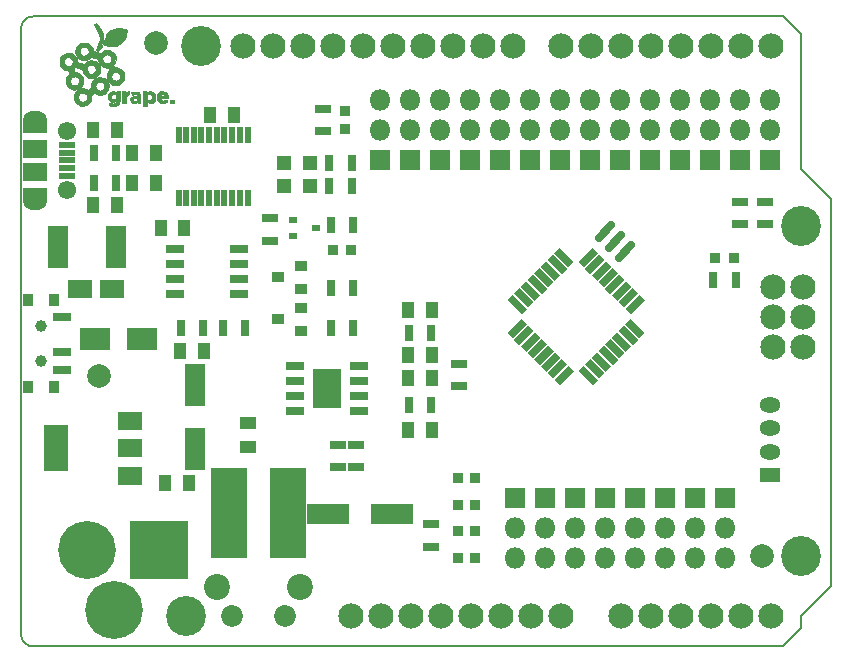
<source format=gbr>
%TF.GenerationSoftware,KiCad,Pcbnew,4.0.7*%
%TF.CreationDate,2018-06-08T10:12:50+02:00*%
%TF.ProjectId,Grape,47726170652E6B696361645F70636200,rev?*%
%TF.FileFunction,Soldermask,Top*%
%FSLAX46Y46*%
G04 Gerber Fmt 4.6, Leading zero omitted, Abs format (unit mm)*
G04 Created by KiCad (PCBNEW 4.0.7) date 06/08/18 10:12:50*
%MOMM*%
%LPD*%
G01*
G04 APERTURE LIST*
%ADD10C,0.150000*%
%ADD11C,0.127000*%
%ADD12C,0.010000*%
%ADD13C,2.000000*%
%ADD14C,2.133600*%
%ADD15C,3.378200*%
%ADD16R,1.100000X1.350000*%
%ADD17R,2.050000X1.600000*%
%ADD18R,0.900000X0.850000*%
%ADD19R,3.600000X1.700000*%
%ADD20R,1.700000X3.600000*%
%ADD21R,1.350000X1.100000*%
%ADD22R,2.600000X1.900000*%
%ADD23R,0.900000X0.900000*%
%ADD24C,4.900000*%
%ADD25R,4.900000X4.900000*%
%ADD26R,3.100000X7.600000*%
%ADD27R,0.800000X1.400000*%
%ADD28R,1.300000X1.300000*%
%ADD29R,1.800000X1.800000*%
%ADD30O,1.800000X1.800000*%
%ADD31R,1.800000X1.300000*%
%ADD32O,1.800000X1.300000*%
%ADD33R,0.800000X0.550000*%
%ADD34R,1.000000X0.900000*%
%ADD35R,1.400000X0.800000*%
%ADD36C,2.200000*%
%ADD37C,1.850000*%
%ADD38C,1.000000*%
%ADD39R,1.600000X0.800000*%
%ADD40R,0.900000X1.100000*%
%ADD41R,0.506400X1.370000*%
%ADD42R,1.650000X0.700000*%
%ADD43R,2.100000X3.900000*%
%ADD44R,2.100000X1.600000*%
%ADD45R,1.300000X1.700000*%
%ADD46C,0.652780*%
%ADD47R,2.000000X1.600000*%
%ADD48C,1.550000*%
%ADD49R,1.450000X0.500000*%
%ADD50O,2.000000X1.300000*%
%ADD51R,2.000000X1.300000*%
G04 APERTURE END LIST*
D10*
D11*
X176276000Y-114300000D02*
X112776000Y-114300000D01*
X177800000Y-112776000D02*
X177800000Y-111760000D01*
X177800000Y-112776000D02*
X176276000Y-114300000D01*
X176276000Y-60960000D02*
X112776000Y-60960000D01*
X111760000Y-61976000D02*
X111760000Y-113284000D01*
X111760000Y-113284000D02*
G75*
G03X112776000Y-114300000I1016000J0D01*
G01*
X112776000Y-60960000D02*
G75*
G03X111760000Y-61976000I0J-1016000D01*
G01*
X180340000Y-109220000D02*
X177800000Y-111760000D01*
X180340000Y-76454000D02*
X180340000Y-109220000D01*
X177800000Y-73914000D02*
X180340000Y-76454000D01*
X177800000Y-62484000D02*
X177800000Y-73914000D01*
X176276000Y-60960000D02*
X177800000Y-62484000D01*
D12*
G36*
X119617085Y-67297626D02*
X119741426Y-67347580D01*
X119758680Y-67359148D01*
X119809830Y-67394164D01*
X119831885Y-67400189D01*
X119837091Y-67377748D01*
X119837200Y-67362529D01*
X119842809Y-67332237D01*
X119867728Y-67316456D01*
X119924093Y-67310623D01*
X119976900Y-67310000D01*
X120116600Y-67310000D01*
X120115493Y-67697350D01*
X120112647Y-67905827D01*
X120104150Y-68070492D01*
X120088074Y-68198198D01*
X120062489Y-68295796D01*
X120025466Y-68370138D01*
X119975075Y-68428076D01*
X119909389Y-68476462D01*
X119893414Y-68486083D01*
X119806828Y-68518163D01*
X119688006Y-68537891D01*
X119554251Y-68544180D01*
X119422863Y-68535942D01*
X119340992Y-68520804D01*
X119243520Y-68494084D01*
X119188380Y-68470811D01*
X119168287Y-68443523D01*
X119175959Y-68404758D01*
X119192823Y-68369008D01*
X119221507Y-68313689D01*
X119238640Y-68282696D01*
X119239741Y-68281105D01*
X119265212Y-68283362D01*
X119326048Y-68295967D01*
X119400679Y-68314084D01*
X119546649Y-68336347D01*
X119668353Y-68324535D01*
X119760714Y-68280959D01*
X119818655Y-68207932D01*
X119837200Y-68115334D01*
X119834633Y-68066646D01*
X119820405Y-68062205D01*
X119793757Y-68086414D01*
X119715253Y-68141167D01*
X119613729Y-68182439D01*
X119516912Y-68198997D01*
X119515835Y-68199000D01*
X119413159Y-68178840D01*
X119305486Y-68126082D01*
X119212896Y-68052306D01*
X119171407Y-68000347D01*
X119135380Y-67926829D01*
X119117584Y-67842638D01*
X119113300Y-67741800D01*
X119380000Y-67741800D01*
X119400503Y-67846315D01*
X119455275Y-67921764D01*
X119534204Y-67963802D01*
X119627181Y-67968088D01*
X119724094Y-67930276D01*
X119759051Y-67904642D01*
X119820512Y-67825600D01*
X119839923Y-67737224D01*
X119821707Y-67650683D01*
X119770291Y-67577151D01*
X119690100Y-67527798D01*
X119603981Y-67513200D01*
X119498442Y-67534201D01*
X119423726Y-67593919D01*
X119384666Y-67687420D01*
X119380000Y-67741800D01*
X119113300Y-67741800D01*
X119128883Y-67589319D01*
X119178089Y-67471388D01*
X119264597Y-67381518D01*
X119344596Y-67334094D01*
X119481073Y-67292904D01*
X119617085Y-67297626D01*
X119617085Y-67297626D01*
G37*
X119617085Y-67297626D02*
X119741426Y-67347580D01*
X119758680Y-67359148D01*
X119809830Y-67394164D01*
X119831885Y-67400189D01*
X119837091Y-67377748D01*
X119837200Y-67362529D01*
X119842809Y-67332237D01*
X119867728Y-67316456D01*
X119924093Y-67310623D01*
X119976900Y-67310000D01*
X120116600Y-67310000D01*
X120115493Y-67697350D01*
X120112647Y-67905827D01*
X120104150Y-68070492D01*
X120088074Y-68198198D01*
X120062489Y-68295796D01*
X120025466Y-68370138D01*
X119975075Y-68428076D01*
X119909389Y-68476462D01*
X119893414Y-68486083D01*
X119806828Y-68518163D01*
X119688006Y-68537891D01*
X119554251Y-68544180D01*
X119422863Y-68535942D01*
X119340992Y-68520804D01*
X119243520Y-68494084D01*
X119188380Y-68470811D01*
X119168287Y-68443523D01*
X119175959Y-68404758D01*
X119192823Y-68369008D01*
X119221507Y-68313689D01*
X119238640Y-68282696D01*
X119239741Y-68281105D01*
X119265212Y-68283362D01*
X119326048Y-68295967D01*
X119400679Y-68314084D01*
X119546649Y-68336347D01*
X119668353Y-68324535D01*
X119760714Y-68280959D01*
X119818655Y-68207932D01*
X119837200Y-68115334D01*
X119834633Y-68066646D01*
X119820405Y-68062205D01*
X119793757Y-68086414D01*
X119715253Y-68141167D01*
X119613729Y-68182439D01*
X119516912Y-68198997D01*
X119515835Y-68199000D01*
X119413159Y-68178840D01*
X119305486Y-68126082D01*
X119212896Y-68052306D01*
X119171407Y-68000347D01*
X119135380Y-67926829D01*
X119117584Y-67842638D01*
X119113300Y-67741800D01*
X119380000Y-67741800D01*
X119400503Y-67846315D01*
X119455275Y-67921764D01*
X119534204Y-67963802D01*
X119627181Y-67968088D01*
X119724094Y-67930276D01*
X119759051Y-67904642D01*
X119820512Y-67825600D01*
X119839923Y-67737224D01*
X119821707Y-67650683D01*
X119770291Y-67577151D01*
X119690100Y-67527798D01*
X119603981Y-67513200D01*
X119498442Y-67534201D01*
X119423726Y-67593919D01*
X119384666Y-67687420D01*
X119380000Y-67741800D01*
X119113300Y-67741800D01*
X119128883Y-67589319D01*
X119178089Y-67471388D01*
X119264597Y-67381518D01*
X119344596Y-67334094D01*
X119481073Y-67292904D01*
X119617085Y-67297626D01*
G36*
X122850055Y-67323432D02*
X122962444Y-67392769D01*
X123052199Y-67498085D01*
X123061879Y-67514663D01*
X123113118Y-67654475D01*
X123127346Y-67810898D01*
X123104562Y-67965749D01*
X123061879Y-68072320D01*
X122978440Y-68179260D01*
X122869753Y-68252889D01*
X122746939Y-68290281D01*
X122621119Y-68288509D01*
X122503415Y-68244645D01*
X122476156Y-68226461D01*
X122402600Y-68172079D01*
X122402600Y-68554600D01*
X122123200Y-68554600D01*
X122123200Y-67827369D01*
X122397375Y-67827369D01*
X122424063Y-67917463D01*
X122473220Y-67994226D01*
X122540480Y-68048852D01*
X122621474Y-68072537D01*
X122711835Y-68056474D01*
X122734206Y-68045847D01*
X122792378Y-67991032D01*
X122837385Y-67905869D01*
X122859130Y-67810716D01*
X122859800Y-67792600D01*
X122841178Y-67679857D01*
X122791195Y-67592362D01*
X122718670Y-67535624D01*
X122632424Y-67515155D01*
X122541275Y-67536467D01*
X122495800Y-67565155D01*
X122428877Y-67642410D01*
X122397524Y-67732749D01*
X122397375Y-67827369D01*
X122123200Y-67827369D01*
X122123200Y-67310000D01*
X122262900Y-67310000D01*
X122343461Y-67312109D01*
X122385430Y-67321479D01*
X122400942Y-67342673D01*
X122402600Y-67362529D01*
X122404701Y-67395252D01*
X122419171Y-67399704D01*
X122458255Y-67375356D01*
X122481119Y-67359148D01*
X122598990Y-67303835D01*
X122725436Y-67292859D01*
X122850055Y-67323432D01*
X122850055Y-67323432D01*
G37*
X122850055Y-67323432D02*
X122962444Y-67392769D01*
X123052199Y-67498085D01*
X123061879Y-67514663D01*
X123113118Y-67654475D01*
X123127346Y-67810898D01*
X123104562Y-67965749D01*
X123061879Y-68072320D01*
X122978440Y-68179260D01*
X122869753Y-68252889D01*
X122746939Y-68290281D01*
X122621119Y-68288509D01*
X122503415Y-68244645D01*
X122476156Y-68226461D01*
X122402600Y-68172079D01*
X122402600Y-68554600D01*
X122123200Y-68554600D01*
X122123200Y-67827369D01*
X122397375Y-67827369D01*
X122424063Y-67917463D01*
X122473220Y-67994226D01*
X122540480Y-68048852D01*
X122621474Y-68072537D01*
X122711835Y-68056474D01*
X122734206Y-68045847D01*
X122792378Y-67991032D01*
X122837385Y-67905869D01*
X122859130Y-67810716D01*
X122859800Y-67792600D01*
X122841178Y-67679857D01*
X122791195Y-67592362D01*
X122718670Y-67535624D01*
X122632424Y-67515155D01*
X122541275Y-67536467D01*
X122495800Y-67565155D01*
X122428877Y-67642410D01*
X122397524Y-67732749D01*
X122397375Y-67827369D01*
X122123200Y-67827369D01*
X122123200Y-67310000D01*
X122262900Y-67310000D01*
X122343461Y-67312109D01*
X122385430Y-67321479D01*
X122400942Y-67342673D01*
X122402600Y-67362529D01*
X122404701Y-67395252D01*
X122419171Y-67399704D01*
X122458255Y-67375356D01*
X122481119Y-67359148D01*
X122598990Y-67303835D01*
X122725436Y-67292859D01*
X122850055Y-67323432D01*
G36*
X118655661Y-66134310D02*
X118807101Y-66196250D01*
X118941621Y-66289588D01*
X119052774Y-66412045D01*
X119134114Y-66561345D01*
X119179196Y-66735212D01*
X119186199Y-66840100D01*
X119164043Y-67037909D01*
X119096844Y-67212292D01*
X118984877Y-67362772D01*
X118828419Y-67488875D01*
X118798766Y-67507058D01*
X118719772Y-67545749D01*
X118632124Y-67569324D01*
X118516859Y-67582491D01*
X118487210Y-67584383D01*
X118380711Y-67588624D01*
X118304047Y-67583897D01*
X118236509Y-67566316D01*
X118157388Y-67531993D01*
X118125527Y-67516487D01*
X118042997Y-67477133D01*
X117978443Y-67448707D01*
X117945149Y-67437039D01*
X117944446Y-67437000D01*
X117913263Y-67449568D01*
X117855506Y-67481623D01*
X117817046Y-67505186D01*
X117709267Y-67573373D01*
X117722251Y-67716562D01*
X117715651Y-67905106D01*
X117664260Y-68083188D01*
X117572615Y-68242099D01*
X117445253Y-68373132D01*
X117345906Y-68438987D01*
X117214511Y-68490507D01*
X117061118Y-68519927D01*
X116905267Y-68525492D01*
X116766495Y-68505447D01*
X116731226Y-68494219D01*
X116556281Y-68404114D01*
X116417277Y-68279606D01*
X116317014Y-68124791D01*
X116258292Y-67943766D01*
X116247031Y-67822292D01*
X116599015Y-67822292D01*
X116630240Y-67937577D01*
X116695020Y-68037213D01*
X116785216Y-68114449D01*
X116892688Y-68162534D01*
X117009296Y-68174716D01*
X117126900Y-68144243D01*
X117139711Y-68137913D01*
X117253451Y-68054544D01*
X117326934Y-67949949D01*
X117360301Y-67833370D01*
X117353689Y-67714051D01*
X117307238Y-67601232D01*
X117221086Y-67504157D01*
X117129313Y-67446675D01*
X117007774Y-67414823D01*
X116884841Y-67427002D01*
X116771395Y-67477951D01*
X116678318Y-67562406D01*
X116616490Y-67675104D01*
X116609485Y-67698111D01*
X116599015Y-67822292D01*
X116247031Y-67822292D01*
X116243100Y-67779900D01*
X116266252Y-67587966D01*
X116332441Y-67417682D01*
X116436764Y-67273889D01*
X116574317Y-67161432D01*
X116740197Y-67085153D01*
X116929502Y-67049895D01*
X116984033Y-67048036D01*
X117101989Y-67052589D01*
X117194234Y-67070404D01*
X117285195Y-67106564D01*
X117300082Y-67113807D01*
X117433997Y-67180080D01*
X117702159Y-67017900D01*
X117702879Y-66876460D01*
X117705385Y-66853480D01*
X118061871Y-66853480D01*
X118085087Y-66972375D01*
X118116954Y-67032589D01*
X118217418Y-67144957D01*
X118334054Y-67211580D01*
X118462031Y-67230803D01*
X118596515Y-67200968D01*
X118601851Y-67198777D01*
X118710349Y-67128853D01*
X118784172Y-67030729D01*
X118821603Y-66914857D01*
X118820929Y-66791691D01*
X118780434Y-66671686D01*
X118704762Y-66571327D01*
X118643962Y-66520330D01*
X118582232Y-66492718D01*
X118497242Y-66479487D01*
X118472232Y-66477543D01*
X118378087Y-66475196D01*
X118311776Y-66487403D01*
X118251310Y-66518810D01*
X118239580Y-66526702D01*
X118141756Y-66619761D01*
X118081641Y-66732315D01*
X118061871Y-66853480D01*
X117705385Y-66853480D01*
X117724354Y-66679554D01*
X117784945Y-66505437D01*
X117870260Y-66375261D01*
X118009613Y-66246061D01*
X118164276Y-66159643D01*
X118327802Y-66113730D01*
X118493746Y-66106044D01*
X118655661Y-66134310D01*
X118655661Y-66134310D01*
G37*
X118655661Y-66134310D02*
X118807101Y-66196250D01*
X118941621Y-66289588D01*
X119052774Y-66412045D01*
X119134114Y-66561345D01*
X119179196Y-66735212D01*
X119186199Y-66840100D01*
X119164043Y-67037909D01*
X119096844Y-67212292D01*
X118984877Y-67362772D01*
X118828419Y-67488875D01*
X118798766Y-67507058D01*
X118719772Y-67545749D01*
X118632124Y-67569324D01*
X118516859Y-67582491D01*
X118487210Y-67584383D01*
X118380711Y-67588624D01*
X118304047Y-67583897D01*
X118236509Y-67566316D01*
X118157388Y-67531993D01*
X118125527Y-67516487D01*
X118042997Y-67477133D01*
X117978443Y-67448707D01*
X117945149Y-67437039D01*
X117944446Y-67437000D01*
X117913263Y-67449568D01*
X117855506Y-67481623D01*
X117817046Y-67505186D01*
X117709267Y-67573373D01*
X117722251Y-67716562D01*
X117715651Y-67905106D01*
X117664260Y-68083188D01*
X117572615Y-68242099D01*
X117445253Y-68373132D01*
X117345906Y-68438987D01*
X117214511Y-68490507D01*
X117061118Y-68519927D01*
X116905267Y-68525492D01*
X116766495Y-68505447D01*
X116731226Y-68494219D01*
X116556281Y-68404114D01*
X116417277Y-68279606D01*
X116317014Y-68124791D01*
X116258292Y-67943766D01*
X116247031Y-67822292D01*
X116599015Y-67822292D01*
X116630240Y-67937577D01*
X116695020Y-68037213D01*
X116785216Y-68114449D01*
X116892688Y-68162534D01*
X117009296Y-68174716D01*
X117126900Y-68144243D01*
X117139711Y-68137913D01*
X117253451Y-68054544D01*
X117326934Y-67949949D01*
X117360301Y-67833370D01*
X117353689Y-67714051D01*
X117307238Y-67601232D01*
X117221086Y-67504157D01*
X117129313Y-67446675D01*
X117007774Y-67414823D01*
X116884841Y-67427002D01*
X116771395Y-67477951D01*
X116678318Y-67562406D01*
X116616490Y-67675104D01*
X116609485Y-67698111D01*
X116599015Y-67822292D01*
X116247031Y-67822292D01*
X116243100Y-67779900D01*
X116266252Y-67587966D01*
X116332441Y-67417682D01*
X116436764Y-67273889D01*
X116574317Y-67161432D01*
X116740197Y-67085153D01*
X116929502Y-67049895D01*
X116984033Y-67048036D01*
X117101989Y-67052589D01*
X117194234Y-67070404D01*
X117285195Y-67106564D01*
X117300082Y-67113807D01*
X117433997Y-67180080D01*
X117702159Y-67017900D01*
X117702879Y-66876460D01*
X117705385Y-66853480D01*
X118061871Y-66853480D01*
X118085087Y-66972375D01*
X118116954Y-67032589D01*
X118217418Y-67144957D01*
X118334054Y-67211580D01*
X118462031Y-67230803D01*
X118596515Y-67200968D01*
X118601851Y-67198777D01*
X118710349Y-67128853D01*
X118784172Y-67030729D01*
X118821603Y-66914857D01*
X118820929Y-66791691D01*
X118780434Y-66671686D01*
X118704762Y-66571327D01*
X118643962Y-66520330D01*
X118582232Y-66492718D01*
X118497242Y-66479487D01*
X118472232Y-66477543D01*
X118378087Y-66475196D01*
X118311776Y-66487403D01*
X118251310Y-66518810D01*
X118239580Y-66526702D01*
X118141756Y-66619761D01*
X118081641Y-66732315D01*
X118061871Y-66853480D01*
X117705385Y-66853480D01*
X117724354Y-66679554D01*
X117784945Y-66505437D01*
X117870260Y-66375261D01*
X118009613Y-66246061D01*
X118164276Y-66159643D01*
X118327802Y-66113730D01*
X118493746Y-66106044D01*
X118655661Y-66134310D01*
G36*
X121540664Y-67326067D02*
X121615992Y-67333981D01*
X121669557Y-67351340D01*
X121708545Y-67375305D01*
X121769107Y-67427528D01*
X121812739Y-67487708D01*
X121841993Y-67564802D01*
X121859424Y-67667767D01*
X121867585Y-67805562D01*
X121869160Y-67938650D01*
X121869200Y-68275200D01*
X121742200Y-68275200D01*
X121663808Y-68271601D01*
X121625077Y-68258486D01*
X121615200Y-68234178D01*
X121610803Y-68208444D01*
X121588813Y-68211987D01*
X121550561Y-68235510D01*
X121456876Y-68273965D01*
X121341005Y-68290557D01*
X121227463Y-68283411D01*
X121165993Y-68264912D01*
X121081033Y-68202190D01*
X121028197Y-68113822D01*
X121007551Y-68012143D01*
X121011810Y-67974481D01*
X121264499Y-67974481D01*
X121277019Y-68042974D01*
X121324503Y-68089789D01*
X121394594Y-68111711D01*
X121474931Y-68105529D01*
X121553155Y-68068029D01*
X121570285Y-68053973D01*
X121606936Y-67990518D01*
X121610052Y-67946325D01*
X121582355Y-67889707D01*
X121524616Y-67857577D01*
X121450663Y-67848808D01*
X121374321Y-67862274D01*
X121309419Y-67896847D01*
X121269784Y-67951401D01*
X121264499Y-67974481D01*
X121011810Y-67974481D01*
X121019162Y-67909489D01*
X121063097Y-67818196D01*
X121139421Y-67750601D01*
X121163152Y-67739027D01*
X121238575Y-67719726D01*
X121344707Y-67708525D01*
X121431050Y-67706841D01*
X121535590Y-67705587D01*
X121594929Y-67694897D01*
X121614349Y-67670983D01*
X121599135Y-67630055D01*
X121579153Y-67600604D01*
X121542733Y-67569418D01*
X121483112Y-67554458D01*
X121407703Y-67551300D01*
X121316091Y-67554848D01*
X121235168Y-67563876D01*
X121205470Y-67570075D01*
X121162087Y-67577543D01*
X121137149Y-67560605D01*
X121118276Y-67508062D01*
X121112537Y-67486016D01*
X121098389Y-67419993D01*
X121104086Y-67384998D01*
X121135248Y-67363292D01*
X121153967Y-67355239D01*
X121211243Y-67341671D01*
X121301675Y-67331071D01*
X121407630Y-67325378D01*
X121429145Y-67324999D01*
X121540664Y-67326067D01*
X121540664Y-67326067D01*
G37*
X121540664Y-67326067D02*
X121615992Y-67333981D01*
X121669557Y-67351340D01*
X121708545Y-67375305D01*
X121769107Y-67427528D01*
X121812739Y-67487708D01*
X121841993Y-67564802D01*
X121859424Y-67667767D01*
X121867585Y-67805562D01*
X121869160Y-67938650D01*
X121869200Y-68275200D01*
X121742200Y-68275200D01*
X121663808Y-68271601D01*
X121625077Y-68258486D01*
X121615200Y-68234178D01*
X121610803Y-68208444D01*
X121588813Y-68211987D01*
X121550561Y-68235510D01*
X121456876Y-68273965D01*
X121341005Y-68290557D01*
X121227463Y-68283411D01*
X121165993Y-68264912D01*
X121081033Y-68202190D01*
X121028197Y-68113822D01*
X121007551Y-68012143D01*
X121011810Y-67974481D01*
X121264499Y-67974481D01*
X121277019Y-68042974D01*
X121324503Y-68089789D01*
X121394594Y-68111711D01*
X121474931Y-68105529D01*
X121553155Y-68068029D01*
X121570285Y-68053973D01*
X121606936Y-67990518D01*
X121610052Y-67946325D01*
X121582355Y-67889707D01*
X121524616Y-67857577D01*
X121450663Y-67848808D01*
X121374321Y-67862274D01*
X121309419Y-67896847D01*
X121269784Y-67951401D01*
X121264499Y-67974481D01*
X121011810Y-67974481D01*
X121019162Y-67909489D01*
X121063097Y-67818196D01*
X121139421Y-67750601D01*
X121163152Y-67739027D01*
X121238575Y-67719726D01*
X121344707Y-67708525D01*
X121431050Y-67706841D01*
X121535590Y-67705587D01*
X121594929Y-67694897D01*
X121614349Y-67670983D01*
X121599135Y-67630055D01*
X121579153Y-67600604D01*
X121542733Y-67569418D01*
X121483112Y-67554458D01*
X121407703Y-67551300D01*
X121316091Y-67554848D01*
X121235168Y-67563876D01*
X121205470Y-67570075D01*
X121162087Y-67577543D01*
X121137149Y-67560605D01*
X121118276Y-67508062D01*
X121112537Y-67486016D01*
X121098389Y-67419993D01*
X121104086Y-67384998D01*
X121135248Y-67363292D01*
X121153967Y-67355239D01*
X121211243Y-67341671D01*
X121301675Y-67331071D01*
X121407630Y-67325378D01*
X121429145Y-67324999D01*
X121540664Y-67326067D01*
G36*
X123899454Y-67316990D02*
X124017798Y-67383687D01*
X124110194Y-67485416D01*
X124169945Y-67617037D01*
X124190206Y-67753520D01*
X124193300Y-67881500D01*
X123869450Y-67888608D01*
X123747885Y-67892985D01*
X123647133Y-67899864D01*
X123576716Y-67908355D01*
X123546157Y-67917564D01*
X123545600Y-67918942D01*
X123560807Y-67952165D01*
X123598055Y-68003014D01*
X123604418Y-68010547D01*
X123659860Y-68058711D01*
X123728530Y-68077397D01*
X123768690Y-68078927D01*
X123853647Y-68068451D01*
X123928375Y-68042608D01*
X123939379Y-68036183D01*
X123985419Y-68010304D01*
X124020574Y-68011815D01*
X124067684Y-68043276D01*
X124078502Y-68051769D01*
X124127149Y-68094143D01*
X124152734Y-68124134D01*
X124153794Y-68127420D01*
X124134162Y-68157395D01*
X124081060Y-68196356D01*
X124008690Y-68235734D01*
X123931253Y-68266959D01*
X123913900Y-68272175D01*
X123791740Y-68296179D01*
X123684736Y-68290891D01*
X123587641Y-68263550D01*
X123459927Y-68194622D01*
X123365040Y-68096409D01*
X123302762Y-67977520D01*
X123272877Y-67846566D01*
X123275167Y-67712156D01*
X123286329Y-67670027D01*
X123545600Y-67670027D01*
X123551100Y-67693310D01*
X123574314Y-67707244D01*
X123625313Y-67714144D01*
X123714169Y-67716321D01*
X123747478Y-67716400D01*
X123949357Y-67716400D01*
X123922524Y-67639428D01*
X123879771Y-67571738D01*
X123813968Y-67521550D01*
X123742679Y-67499807D01*
X123705958Y-67504464D01*
X123638876Y-67542135D01*
X123581026Y-67597226D01*
X123548231Y-67653404D01*
X123545600Y-67670027D01*
X123286329Y-67670027D01*
X123309414Y-67582903D01*
X123375403Y-67467414D01*
X123472915Y-67374302D01*
X123601733Y-67312177D01*
X123611710Y-67309269D01*
X123761860Y-67290470D01*
X123899454Y-67316990D01*
X123899454Y-67316990D01*
G37*
X123899454Y-67316990D02*
X124017798Y-67383687D01*
X124110194Y-67485416D01*
X124169945Y-67617037D01*
X124190206Y-67753520D01*
X124193300Y-67881500D01*
X123869450Y-67888608D01*
X123747885Y-67892985D01*
X123647133Y-67899864D01*
X123576716Y-67908355D01*
X123546157Y-67917564D01*
X123545600Y-67918942D01*
X123560807Y-67952165D01*
X123598055Y-68003014D01*
X123604418Y-68010547D01*
X123659860Y-68058711D01*
X123728530Y-68077397D01*
X123768690Y-68078927D01*
X123853647Y-68068451D01*
X123928375Y-68042608D01*
X123939379Y-68036183D01*
X123985419Y-68010304D01*
X124020574Y-68011815D01*
X124067684Y-68043276D01*
X124078502Y-68051769D01*
X124127149Y-68094143D01*
X124152734Y-68124134D01*
X124153794Y-68127420D01*
X124134162Y-68157395D01*
X124081060Y-68196356D01*
X124008690Y-68235734D01*
X123931253Y-68266959D01*
X123913900Y-68272175D01*
X123791740Y-68296179D01*
X123684736Y-68290891D01*
X123587641Y-68263550D01*
X123459927Y-68194622D01*
X123365040Y-68096409D01*
X123302762Y-67977520D01*
X123272877Y-67846566D01*
X123275167Y-67712156D01*
X123286329Y-67670027D01*
X123545600Y-67670027D01*
X123551100Y-67693310D01*
X123574314Y-67707244D01*
X123625313Y-67714144D01*
X123714169Y-67716321D01*
X123747478Y-67716400D01*
X123949357Y-67716400D01*
X123922524Y-67639428D01*
X123879771Y-67571738D01*
X123813968Y-67521550D01*
X123742679Y-67499807D01*
X123705958Y-67504464D01*
X123638876Y-67542135D01*
X123581026Y-67597226D01*
X123548231Y-67653404D01*
X123545600Y-67670027D01*
X123286329Y-67670027D01*
X123309414Y-67582903D01*
X123375403Y-67467414D01*
X123472915Y-67374302D01*
X123601733Y-67312177D01*
X123611710Y-67309269D01*
X123761860Y-67290470D01*
X123899454Y-67316990D01*
G36*
X120929400Y-67418298D02*
X120927982Y-67498587D01*
X120918676Y-67542009D01*
X120893904Y-67562494D01*
X120846088Y-67573975D01*
X120844562Y-67574262D01*
X120766377Y-67604781D01*
X120698512Y-67655265D01*
X120671117Y-67688695D01*
X120652769Y-67726954D01*
X120641185Y-67781247D01*
X120634081Y-67862776D01*
X120629175Y-67982744D01*
X120628702Y-67997776D01*
X120620105Y-68275200D01*
X120345200Y-68275200D01*
X120345200Y-67310000D01*
X120484900Y-67310000D01*
X120564763Y-67311269D01*
X120606331Y-67319648D01*
X120622108Y-67341994D01*
X120624599Y-67385163D01*
X120624600Y-67386600D01*
X120624600Y-67463201D01*
X120694450Y-67386537D01*
X120761189Y-67331997D01*
X120835123Y-67296881D01*
X120846850Y-67294061D01*
X120929400Y-67278250D01*
X120929400Y-67418298D01*
X120929400Y-67418298D01*
G37*
X120929400Y-67418298D02*
X120927982Y-67498587D01*
X120918676Y-67542009D01*
X120893904Y-67562494D01*
X120846088Y-67573975D01*
X120844562Y-67574262D01*
X120766377Y-67604781D01*
X120698512Y-67655265D01*
X120671117Y-67688695D01*
X120652769Y-67726954D01*
X120641185Y-67781247D01*
X120634081Y-67862776D01*
X120629175Y-67982744D01*
X120628702Y-67997776D01*
X120620105Y-68275200D01*
X120345200Y-68275200D01*
X120345200Y-67310000D01*
X120484900Y-67310000D01*
X120564763Y-67311269D01*
X120606331Y-67319648D01*
X120622108Y-67341994D01*
X120624599Y-67385163D01*
X120624600Y-67386600D01*
X120624600Y-67463201D01*
X120694450Y-67386537D01*
X120761189Y-67331997D01*
X120835123Y-67296881D01*
X120846850Y-67294061D01*
X120929400Y-67278250D01*
X120929400Y-67418298D01*
G36*
X124688600Y-68275200D02*
X124409200Y-68275200D01*
X124409200Y-67995800D01*
X124688600Y-67995800D01*
X124688600Y-68275200D01*
X124688600Y-68275200D01*
G37*
X124688600Y-68275200D02*
X124409200Y-68275200D01*
X124409200Y-67995800D01*
X124688600Y-67995800D01*
X124688600Y-68275200D01*
G36*
X116004713Y-64083010D02*
X116160116Y-64164143D01*
X116295115Y-64278887D01*
X116401898Y-64421543D01*
X116472653Y-64586413D01*
X116486756Y-64644676D01*
X116516535Y-64796040D01*
X117094983Y-64978222D01*
X117199332Y-64883949D01*
X117348096Y-64773281D01*
X117504076Y-64708012D01*
X117680280Y-64683072D01*
X117716300Y-64682474D01*
X117910025Y-64705827D01*
X118082723Y-64772756D01*
X118229195Y-64878565D01*
X118344244Y-65018559D01*
X118422670Y-65188043D01*
X118456584Y-65351111D01*
X118455464Y-65533155D01*
X118410058Y-65697352D01*
X118317882Y-65850374D01*
X118236225Y-65942491D01*
X118088314Y-66063539D01*
X117929910Y-66137055D01*
X117753669Y-66166212D01*
X117716300Y-66167000D01*
X117534908Y-66142859D01*
X117366264Y-66074776D01*
X117218014Y-65969263D01*
X117097805Y-65832829D01*
X117013284Y-65671985D01*
X116977743Y-65538186D01*
X116962042Y-65439997D01*
X116809430Y-65392513D01*
X117333426Y-65392513D01*
X117343236Y-65508227D01*
X117399938Y-65627460D01*
X117406274Y-65637111D01*
X117500312Y-65736213D01*
X117616884Y-65793476D01*
X117746199Y-65805914D01*
X117864351Y-65776753D01*
X117966777Y-65709890D01*
X118048360Y-65611402D01*
X118094596Y-65499053D01*
X118095716Y-65493409D01*
X118092817Y-65382703D01*
X118050257Y-65269779D01*
X117976040Y-65169982D01*
X117894100Y-65106967D01*
X117761627Y-65057340D01*
X117633728Y-65054405D01*
X117518282Y-65095736D01*
X117423165Y-65178909D01*
X117369333Y-65268578D01*
X117333426Y-65392513D01*
X116809430Y-65392513D01*
X116656265Y-65344857D01*
X116350489Y-65249716D01*
X116280129Y-65317125D01*
X116209770Y-65384533D01*
X116253722Y-65513836D01*
X116280137Y-65585866D01*
X116307350Y-65627698D01*
X116350513Y-65652135D01*
X116424776Y-65671984D01*
X116446803Y-65677009D01*
X116633806Y-65743025D01*
X116790828Y-65846497D01*
X116913617Y-65982222D01*
X116997921Y-66144996D01*
X117039489Y-66329616D01*
X117043200Y-66406968D01*
X117020027Y-66588533D01*
X116954955Y-66752946D01*
X116854651Y-66895419D01*
X116725784Y-67011165D01*
X116575022Y-67095396D01*
X116409032Y-67143323D01*
X116234484Y-67150158D01*
X116061044Y-67112195D01*
X115882890Y-67023630D01*
X115739456Y-66899564D01*
X115634013Y-66743707D01*
X115569833Y-66559771D01*
X115568474Y-66553352D01*
X115558254Y-66411404D01*
X115917264Y-66411404D01*
X115939035Y-66534204D01*
X115998358Y-66639174D01*
X116085756Y-66721147D01*
X116191755Y-66774958D01*
X116306880Y-66795439D01*
X116421654Y-66777424D01*
X116506031Y-66732440D01*
X116605952Y-66637400D01*
X116660394Y-66531553D01*
X116674900Y-66421000D01*
X116653746Y-66296490D01*
X116596284Y-66193680D01*
X116511509Y-66115063D01*
X116408416Y-66063132D01*
X116296001Y-66040382D01*
X116183261Y-66049307D01*
X116079190Y-66092401D01*
X115992784Y-66172158D01*
X115960830Y-66223026D01*
X115931766Y-66305938D01*
X115917545Y-66399306D01*
X115917264Y-66411404D01*
X115558254Y-66411404D01*
X115555827Y-66377712D01*
X115585594Y-66199771D01*
X115653517Y-66033278D01*
X115755340Y-65891982D01*
X115781169Y-65866295D01*
X115844773Y-65806890D01*
X115800317Y-65676102D01*
X115771623Y-65599737D01*
X115743115Y-65558217D01*
X115700784Y-65537613D01*
X115650730Y-65527366D01*
X115459536Y-65471497D01*
X115296930Y-65376655D01*
X115167213Y-65247482D01*
X115074688Y-65088621D01*
X115023654Y-64904715D01*
X115016924Y-64843247D01*
X115017511Y-64831465D01*
X115370276Y-64831465D01*
X115408760Y-64948165D01*
X115461801Y-65026618D01*
X115568714Y-65119520D01*
X115690740Y-65167058D01*
X115820085Y-65167462D01*
X115925093Y-65131910D01*
X116029810Y-65054373D01*
X116097482Y-64952553D01*
X116128069Y-64836908D01*
X116121534Y-64717894D01*
X116077835Y-64605967D01*
X115996934Y-64511584D01*
X115927608Y-64466224D01*
X115798399Y-64423105D01*
X115676438Y-64422919D01*
X115567294Y-64458966D01*
X115476536Y-64524544D01*
X115409734Y-64612954D01*
X115372457Y-64717494D01*
X115370276Y-64831465D01*
X115017511Y-64831465D01*
X115026581Y-64649744D01*
X115081297Y-64473055D01*
X115176602Y-64318697D01*
X115308028Y-64192188D01*
X115471105Y-64099048D01*
X115661362Y-64044794D01*
X115663943Y-64044378D01*
X115836718Y-64041189D01*
X116004713Y-64083010D01*
X116004713Y-64083010D01*
G37*
X116004713Y-64083010D02*
X116160116Y-64164143D01*
X116295115Y-64278887D01*
X116401898Y-64421543D01*
X116472653Y-64586413D01*
X116486756Y-64644676D01*
X116516535Y-64796040D01*
X117094983Y-64978222D01*
X117199332Y-64883949D01*
X117348096Y-64773281D01*
X117504076Y-64708012D01*
X117680280Y-64683072D01*
X117716300Y-64682474D01*
X117910025Y-64705827D01*
X118082723Y-64772756D01*
X118229195Y-64878565D01*
X118344244Y-65018559D01*
X118422670Y-65188043D01*
X118456584Y-65351111D01*
X118455464Y-65533155D01*
X118410058Y-65697352D01*
X118317882Y-65850374D01*
X118236225Y-65942491D01*
X118088314Y-66063539D01*
X117929910Y-66137055D01*
X117753669Y-66166212D01*
X117716300Y-66167000D01*
X117534908Y-66142859D01*
X117366264Y-66074776D01*
X117218014Y-65969263D01*
X117097805Y-65832829D01*
X117013284Y-65671985D01*
X116977743Y-65538186D01*
X116962042Y-65439997D01*
X116809430Y-65392513D01*
X117333426Y-65392513D01*
X117343236Y-65508227D01*
X117399938Y-65627460D01*
X117406274Y-65637111D01*
X117500312Y-65736213D01*
X117616884Y-65793476D01*
X117746199Y-65805914D01*
X117864351Y-65776753D01*
X117966777Y-65709890D01*
X118048360Y-65611402D01*
X118094596Y-65499053D01*
X118095716Y-65493409D01*
X118092817Y-65382703D01*
X118050257Y-65269779D01*
X117976040Y-65169982D01*
X117894100Y-65106967D01*
X117761627Y-65057340D01*
X117633728Y-65054405D01*
X117518282Y-65095736D01*
X117423165Y-65178909D01*
X117369333Y-65268578D01*
X117333426Y-65392513D01*
X116809430Y-65392513D01*
X116656265Y-65344857D01*
X116350489Y-65249716D01*
X116280129Y-65317125D01*
X116209770Y-65384533D01*
X116253722Y-65513836D01*
X116280137Y-65585866D01*
X116307350Y-65627698D01*
X116350513Y-65652135D01*
X116424776Y-65671984D01*
X116446803Y-65677009D01*
X116633806Y-65743025D01*
X116790828Y-65846497D01*
X116913617Y-65982222D01*
X116997921Y-66144996D01*
X117039489Y-66329616D01*
X117043200Y-66406968D01*
X117020027Y-66588533D01*
X116954955Y-66752946D01*
X116854651Y-66895419D01*
X116725784Y-67011165D01*
X116575022Y-67095396D01*
X116409032Y-67143323D01*
X116234484Y-67150158D01*
X116061044Y-67112195D01*
X115882890Y-67023630D01*
X115739456Y-66899564D01*
X115634013Y-66743707D01*
X115569833Y-66559771D01*
X115568474Y-66553352D01*
X115558254Y-66411404D01*
X115917264Y-66411404D01*
X115939035Y-66534204D01*
X115998358Y-66639174D01*
X116085756Y-66721147D01*
X116191755Y-66774958D01*
X116306880Y-66795439D01*
X116421654Y-66777424D01*
X116506031Y-66732440D01*
X116605952Y-66637400D01*
X116660394Y-66531553D01*
X116674900Y-66421000D01*
X116653746Y-66296490D01*
X116596284Y-66193680D01*
X116511509Y-66115063D01*
X116408416Y-66063132D01*
X116296001Y-66040382D01*
X116183261Y-66049307D01*
X116079190Y-66092401D01*
X115992784Y-66172158D01*
X115960830Y-66223026D01*
X115931766Y-66305938D01*
X115917545Y-66399306D01*
X115917264Y-66411404D01*
X115558254Y-66411404D01*
X115555827Y-66377712D01*
X115585594Y-66199771D01*
X115653517Y-66033278D01*
X115755340Y-65891982D01*
X115781169Y-65866295D01*
X115844773Y-65806890D01*
X115800317Y-65676102D01*
X115771623Y-65599737D01*
X115743115Y-65558217D01*
X115700784Y-65537613D01*
X115650730Y-65527366D01*
X115459536Y-65471497D01*
X115296930Y-65376655D01*
X115167213Y-65247482D01*
X115074688Y-65088621D01*
X115023654Y-64904715D01*
X115016924Y-64843247D01*
X115017511Y-64831465D01*
X115370276Y-64831465D01*
X115408760Y-64948165D01*
X115461801Y-65026618D01*
X115568714Y-65119520D01*
X115690740Y-65167058D01*
X115820085Y-65167462D01*
X115925093Y-65131910D01*
X116029810Y-65054373D01*
X116097482Y-64952553D01*
X116128069Y-64836908D01*
X116121534Y-64717894D01*
X116077835Y-64605967D01*
X115996934Y-64511584D01*
X115927608Y-64466224D01*
X115798399Y-64423105D01*
X115676438Y-64422919D01*
X115567294Y-64458966D01*
X115476536Y-64524544D01*
X115409734Y-64612954D01*
X115372457Y-64717494D01*
X115370276Y-64831465D01*
X115017511Y-64831465D01*
X115026581Y-64649744D01*
X115081297Y-64473055D01*
X115176602Y-64318697D01*
X115308028Y-64192188D01*
X115471105Y-64099048D01*
X115661362Y-64044794D01*
X115663943Y-64044378D01*
X115836718Y-64041189D01*
X116004713Y-64083010D01*
G36*
X117309259Y-63192129D02*
X117480844Y-63257744D01*
X117624390Y-63364579D01*
X117737323Y-63510572D01*
X117817074Y-63693660D01*
X117832124Y-63747356D01*
X117873681Y-63912443D01*
X118157173Y-64003079D01*
X118440664Y-64093715D01*
X118522982Y-64015495D01*
X118672377Y-63905161D01*
X118835720Y-63838730D01*
X119005789Y-63813925D01*
X119175363Y-63828468D01*
X119337220Y-63880084D01*
X119484139Y-63966495D01*
X119608900Y-64085424D01*
X119704281Y-64234595D01*
X119761919Y-64406129D01*
X119775502Y-64593721D01*
X119740241Y-64780361D01*
X119657624Y-64958198D01*
X119657298Y-64958724D01*
X119579610Y-65083949D01*
X119623362Y-65180974D01*
X119653265Y-65239598D01*
X119685611Y-65268076D01*
X119738944Y-65277250D01*
X119789304Y-65278000D01*
X119965003Y-65302251D01*
X120133070Y-65370591D01*
X120282885Y-65476396D01*
X120403823Y-65613040D01*
X120449554Y-65689701D01*
X120497438Y-65827161D01*
X120518711Y-65987534D01*
X120512021Y-66149658D01*
X120486279Y-66264446D01*
X120422757Y-66394600D01*
X120325535Y-66522374D01*
X120209239Y-66631240D01*
X120101987Y-66698631D01*
X119939023Y-66751251D01*
X119762665Y-66767617D01*
X119592527Y-66746636D01*
X119537605Y-66730099D01*
X119366225Y-66644183D01*
X119227756Y-66524972D01*
X119124721Y-66379774D01*
X119059641Y-66215897D01*
X119035039Y-66040648D01*
X119040427Y-65988121D01*
X119399263Y-65988121D01*
X119408135Y-66112953D01*
X119454754Y-66217895D01*
X119538725Y-66310701D01*
X119646615Y-66380541D01*
X119764993Y-66416586D01*
X119787368Y-66418709D01*
X119831905Y-66409044D01*
X119900655Y-66381914D01*
X119938281Y-66363850D01*
X120053079Y-66286667D01*
X120124346Y-66190835D01*
X120158429Y-66067339D01*
X120160510Y-66048242D01*
X120162087Y-65957743D01*
X120142144Y-65888622D01*
X120112513Y-65839135D01*
X120010585Y-65723767D01*
X119897282Y-65657734D01*
X119773097Y-65641197D01*
X119638520Y-65674320D01*
X119626973Y-65679273D01*
X119510393Y-65755842D01*
X119433272Y-65861206D01*
X119399263Y-65988121D01*
X119040427Y-65988121D01*
X119053435Y-65861336D01*
X119117351Y-65685269D01*
X119154564Y-65620000D01*
X119231644Y-65498458D01*
X119187664Y-65400929D01*
X119157657Y-65342010D01*
X119125332Y-65313384D01*
X119072128Y-65304157D01*
X119021495Y-65303400D01*
X118844133Y-65279712D01*
X118678985Y-65213113D01*
X118533728Y-65110302D01*
X118416037Y-64977977D01*
X118333590Y-64822835D01*
X118295998Y-64670366D01*
X118287799Y-64601131D01*
X118649507Y-64601131D01*
X118688091Y-64723036D01*
X118738401Y-64798018D01*
X118845795Y-64892460D01*
X118966120Y-64938597D01*
X119095214Y-64935546D01*
X119202840Y-64896673D01*
X119312156Y-64815689D01*
X119382490Y-64710295D01*
X119412199Y-64590526D01*
X119399638Y-64466420D01*
X119343160Y-64348015D01*
X119301075Y-64297288D01*
X119188560Y-64210991D01*
X119067237Y-64174278D01*
X118938840Y-64187585D01*
X118907026Y-64198323D01*
X118786103Y-64267687D01*
X118701130Y-64364149D01*
X118654726Y-64478400D01*
X118649507Y-64601131D01*
X118287799Y-64601131D01*
X118281601Y-64548807D01*
X117990340Y-64455652D01*
X117699079Y-64362496D01*
X117650071Y-64424799D01*
X117601919Y-64468463D01*
X117524885Y-64520624D01*
X117445074Y-64565051D01*
X117265372Y-64629012D01*
X117083908Y-64646649D01*
X116907901Y-64621059D01*
X116744574Y-64555337D01*
X116601147Y-64452580D01*
X116484842Y-64315883D01*
X116402879Y-64148344D01*
X116391836Y-64113456D01*
X116363680Y-63931984D01*
X116364755Y-63920278D01*
X116719742Y-63920278D01*
X116745868Y-64035236D01*
X116806686Y-64136328D01*
X116894142Y-64216734D01*
X117000183Y-64269634D01*
X117116754Y-64288207D01*
X117235803Y-64265633D01*
X117270035Y-64250212D01*
X117364102Y-64180609D01*
X117441196Y-64085376D01*
X117486453Y-63983462D01*
X117489205Y-63970807D01*
X117487779Y-63844923D01*
X117437943Y-63722442D01*
X117358810Y-63625168D01*
X117304847Y-63577069D01*
X117256653Y-63550935D01*
X117195073Y-63540151D01*
X117106700Y-63538100D01*
X117014651Y-63540427D01*
X116954190Y-63551818D01*
X116906161Y-63578888D01*
X116854589Y-63625168D01*
X116793662Y-63696529D01*
X116746892Y-63772800D01*
X116736362Y-63798274D01*
X116719742Y-63920278D01*
X116364755Y-63920278D01*
X116380395Y-63750075D01*
X116438678Y-63578044D01*
X116535225Y-63426203D01*
X116646029Y-63319867D01*
X116776117Y-63237025D01*
X116908023Y-63189388D01*
X117061183Y-63170698D01*
X117112206Y-63169799D01*
X117309259Y-63192129D01*
X117309259Y-63192129D01*
G37*
X117309259Y-63192129D02*
X117480844Y-63257744D01*
X117624390Y-63364579D01*
X117737323Y-63510572D01*
X117817074Y-63693660D01*
X117832124Y-63747356D01*
X117873681Y-63912443D01*
X118157173Y-64003079D01*
X118440664Y-64093715D01*
X118522982Y-64015495D01*
X118672377Y-63905161D01*
X118835720Y-63838730D01*
X119005789Y-63813925D01*
X119175363Y-63828468D01*
X119337220Y-63880084D01*
X119484139Y-63966495D01*
X119608900Y-64085424D01*
X119704281Y-64234595D01*
X119761919Y-64406129D01*
X119775502Y-64593721D01*
X119740241Y-64780361D01*
X119657624Y-64958198D01*
X119657298Y-64958724D01*
X119579610Y-65083949D01*
X119623362Y-65180974D01*
X119653265Y-65239598D01*
X119685611Y-65268076D01*
X119738944Y-65277250D01*
X119789304Y-65278000D01*
X119965003Y-65302251D01*
X120133070Y-65370591D01*
X120282885Y-65476396D01*
X120403823Y-65613040D01*
X120449554Y-65689701D01*
X120497438Y-65827161D01*
X120518711Y-65987534D01*
X120512021Y-66149658D01*
X120486279Y-66264446D01*
X120422757Y-66394600D01*
X120325535Y-66522374D01*
X120209239Y-66631240D01*
X120101987Y-66698631D01*
X119939023Y-66751251D01*
X119762665Y-66767617D01*
X119592527Y-66746636D01*
X119537605Y-66730099D01*
X119366225Y-66644183D01*
X119227756Y-66524972D01*
X119124721Y-66379774D01*
X119059641Y-66215897D01*
X119035039Y-66040648D01*
X119040427Y-65988121D01*
X119399263Y-65988121D01*
X119408135Y-66112953D01*
X119454754Y-66217895D01*
X119538725Y-66310701D01*
X119646615Y-66380541D01*
X119764993Y-66416586D01*
X119787368Y-66418709D01*
X119831905Y-66409044D01*
X119900655Y-66381914D01*
X119938281Y-66363850D01*
X120053079Y-66286667D01*
X120124346Y-66190835D01*
X120158429Y-66067339D01*
X120160510Y-66048242D01*
X120162087Y-65957743D01*
X120142144Y-65888622D01*
X120112513Y-65839135D01*
X120010585Y-65723767D01*
X119897282Y-65657734D01*
X119773097Y-65641197D01*
X119638520Y-65674320D01*
X119626973Y-65679273D01*
X119510393Y-65755842D01*
X119433272Y-65861206D01*
X119399263Y-65988121D01*
X119040427Y-65988121D01*
X119053435Y-65861336D01*
X119117351Y-65685269D01*
X119154564Y-65620000D01*
X119231644Y-65498458D01*
X119187664Y-65400929D01*
X119157657Y-65342010D01*
X119125332Y-65313384D01*
X119072128Y-65304157D01*
X119021495Y-65303400D01*
X118844133Y-65279712D01*
X118678985Y-65213113D01*
X118533728Y-65110302D01*
X118416037Y-64977977D01*
X118333590Y-64822835D01*
X118295998Y-64670366D01*
X118287799Y-64601131D01*
X118649507Y-64601131D01*
X118688091Y-64723036D01*
X118738401Y-64798018D01*
X118845795Y-64892460D01*
X118966120Y-64938597D01*
X119095214Y-64935546D01*
X119202840Y-64896673D01*
X119312156Y-64815689D01*
X119382490Y-64710295D01*
X119412199Y-64590526D01*
X119399638Y-64466420D01*
X119343160Y-64348015D01*
X119301075Y-64297288D01*
X119188560Y-64210991D01*
X119067237Y-64174278D01*
X118938840Y-64187585D01*
X118907026Y-64198323D01*
X118786103Y-64267687D01*
X118701130Y-64364149D01*
X118654726Y-64478400D01*
X118649507Y-64601131D01*
X118287799Y-64601131D01*
X118281601Y-64548807D01*
X117990340Y-64455652D01*
X117699079Y-64362496D01*
X117650071Y-64424799D01*
X117601919Y-64468463D01*
X117524885Y-64520624D01*
X117445074Y-64565051D01*
X117265372Y-64629012D01*
X117083908Y-64646649D01*
X116907901Y-64621059D01*
X116744574Y-64555337D01*
X116601147Y-64452580D01*
X116484842Y-64315883D01*
X116402879Y-64148344D01*
X116391836Y-64113456D01*
X116363680Y-63931984D01*
X116364755Y-63920278D01*
X116719742Y-63920278D01*
X116745868Y-64035236D01*
X116806686Y-64136328D01*
X116894142Y-64216734D01*
X117000183Y-64269634D01*
X117116754Y-64288207D01*
X117235803Y-64265633D01*
X117270035Y-64250212D01*
X117364102Y-64180609D01*
X117441196Y-64085376D01*
X117486453Y-63983462D01*
X117489205Y-63970807D01*
X117487779Y-63844923D01*
X117437943Y-63722442D01*
X117358810Y-63625168D01*
X117304847Y-63577069D01*
X117256653Y-63550935D01*
X117195073Y-63540151D01*
X117106700Y-63538100D01*
X117014651Y-63540427D01*
X116954190Y-63551818D01*
X116906161Y-63578888D01*
X116854589Y-63625168D01*
X116793662Y-63696529D01*
X116746892Y-63772800D01*
X116736362Y-63798274D01*
X116719742Y-63920278D01*
X116364755Y-63920278D01*
X116380395Y-63750075D01*
X116438678Y-63578044D01*
X116535225Y-63426203D01*
X116646029Y-63319867D01*
X116776117Y-63237025D01*
X116908023Y-63189388D01*
X117061183Y-63170698D01*
X117112206Y-63169799D01*
X117309259Y-63192129D01*
G36*
X118142668Y-61550338D02*
X118218867Y-61601261D01*
X118287696Y-61677102D01*
X118452683Y-61917085D01*
X118580098Y-62171981D01*
X118669081Y-62435556D01*
X118718775Y-62701580D01*
X118728320Y-62963819D01*
X118696858Y-63216041D01*
X118623530Y-63452014D01*
X118552017Y-63595427D01*
X118458271Y-63735703D01*
X118369156Y-63829829D01*
X118286196Y-63876892D01*
X118210917Y-63875981D01*
X118152036Y-63834549D01*
X118115480Y-63769609D01*
X118121414Y-63696935D01*
X118170903Y-63609321D01*
X118188764Y-63586042D01*
X118317714Y-63384500D01*
X118401902Y-63162110D01*
X118438707Y-62926348D01*
X118440200Y-62867812D01*
X118422462Y-62689929D01*
X118372819Y-62491479D01*
X118296627Y-62286429D01*
X118199240Y-62088740D01*
X118086014Y-61912379D01*
X118061485Y-61880319D01*
X117989958Y-61774598D01*
X117961210Y-61690225D01*
X117974343Y-61622605D01*
X118004050Y-61586236D01*
X118072503Y-61545791D01*
X118142668Y-61550338D01*
X118142668Y-61550338D01*
G37*
X118142668Y-61550338D02*
X118218867Y-61601261D01*
X118287696Y-61677102D01*
X118452683Y-61917085D01*
X118580098Y-62171981D01*
X118669081Y-62435556D01*
X118718775Y-62701580D01*
X118728320Y-62963819D01*
X118696858Y-63216041D01*
X118623530Y-63452014D01*
X118552017Y-63595427D01*
X118458271Y-63735703D01*
X118369156Y-63829829D01*
X118286196Y-63876892D01*
X118210917Y-63875981D01*
X118152036Y-63834549D01*
X118115480Y-63769609D01*
X118121414Y-63696935D01*
X118170903Y-63609321D01*
X118188764Y-63586042D01*
X118317714Y-63384500D01*
X118401902Y-63162110D01*
X118438707Y-62926348D01*
X118440200Y-62867812D01*
X118422462Y-62689929D01*
X118372819Y-62491479D01*
X118296627Y-62286429D01*
X118199240Y-62088740D01*
X118086014Y-61912379D01*
X118061485Y-61880319D01*
X117989958Y-61774598D01*
X117961210Y-61690225D01*
X117974343Y-61622605D01*
X118004050Y-61586236D01*
X118072503Y-61545791D01*
X118142668Y-61550338D01*
G36*
X120081169Y-61930740D02*
X120177712Y-61945651D01*
X120292856Y-61967372D01*
X120415112Y-61993339D01*
X120532991Y-62020991D01*
X120635005Y-62047763D01*
X120709664Y-62071095D01*
X120745195Y-62088128D01*
X120746043Y-62118955D01*
X120733641Y-62187846D01*
X120710836Y-62284684D01*
X120680473Y-62399349D01*
X120645400Y-62521724D01*
X120608461Y-62641691D01*
X120572504Y-62749132D01*
X120540375Y-62833927D01*
X120526901Y-62864126D01*
X120414916Y-63040409D01*
X120263167Y-63198232D01*
X120081571Y-63329746D01*
X119880042Y-63427101D01*
X119772811Y-63461064D01*
X119631853Y-63488815D01*
X119489983Y-63496197D01*
X119334428Y-63482518D01*
X119152418Y-63447085D01*
X119051085Y-63421932D01*
X118936427Y-63391199D01*
X118840761Y-63364104D01*
X118774260Y-63343627D01*
X118747221Y-63332888D01*
X118746067Y-63301788D01*
X118758156Y-63232825D01*
X118780627Y-63136319D01*
X118810618Y-63022586D01*
X118845267Y-62901944D01*
X118881711Y-62784711D01*
X118917088Y-62681203D01*
X118948536Y-62601740D01*
X118952397Y-62593262D01*
X119071191Y-62396500D01*
X119227669Y-62227930D01*
X119414531Y-62092143D01*
X119624475Y-61993730D01*
X119850200Y-61937284D01*
X120014717Y-61925200D01*
X120081169Y-61930740D01*
X120081169Y-61930740D01*
G37*
X120081169Y-61930740D02*
X120177712Y-61945651D01*
X120292856Y-61967372D01*
X120415112Y-61993339D01*
X120532991Y-62020991D01*
X120635005Y-62047763D01*
X120709664Y-62071095D01*
X120745195Y-62088128D01*
X120746043Y-62118955D01*
X120733641Y-62187846D01*
X120710836Y-62284684D01*
X120680473Y-62399349D01*
X120645400Y-62521724D01*
X120608461Y-62641691D01*
X120572504Y-62749132D01*
X120540375Y-62833927D01*
X120526901Y-62864126D01*
X120414916Y-63040409D01*
X120263167Y-63198232D01*
X120081571Y-63329746D01*
X119880042Y-63427101D01*
X119772811Y-63461064D01*
X119631853Y-63488815D01*
X119489983Y-63496197D01*
X119334428Y-63482518D01*
X119152418Y-63447085D01*
X119051085Y-63421932D01*
X118936427Y-63391199D01*
X118840761Y-63364104D01*
X118774260Y-63343627D01*
X118747221Y-63332888D01*
X118746067Y-63301788D01*
X118758156Y-63232825D01*
X118780627Y-63136319D01*
X118810618Y-63022586D01*
X118845267Y-62901944D01*
X118881711Y-62784711D01*
X118917088Y-62681203D01*
X118948536Y-62601740D01*
X118952397Y-62593262D01*
X119071191Y-62396500D01*
X119227669Y-62227930D01*
X119414531Y-62092143D01*
X119624475Y-61993730D01*
X119850200Y-61937284D01*
X120014717Y-61925200D01*
X120081169Y-61930740D01*
D13*
X123190000Y-63246000D03*
X118364000Y-91440000D03*
D14*
X147320000Y-111760000D03*
X149860000Y-111760000D03*
X162560000Y-111760000D03*
X165100000Y-111760000D03*
X167640000Y-111760000D03*
X170180000Y-111760000D03*
X172720000Y-111760000D03*
X175260000Y-111760000D03*
X135636000Y-63500000D03*
X175260000Y-63500000D03*
X172720000Y-63500000D03*
X170180000Y-63500000D03*
X167640000Y-63500000D03*
X165100000Y-63500000D03*
X162560000Y-63500000D03*
X160020000Y-63500000D03*
X157480000Y-63500000D03*
X153416000Y-63500000D03*
X150876000Y-63500000D03*
X148336000Y-63500000D03*
X145796000Y-63500000D03*
X143256000Y-63500000D03*
X140716000Y-63500000D03*
X152400000Y-111760000D03*
X154940000Y-111760000D03*
X138176000Y-63500000D03*
X177939700Y-88948260D03*
X142240000Y-111760000D03*
X175399700Y-83870800D03*
X177939700Y-86410800D03*
X139700000Y-111760000D03*
X144780000Y-111760000D03*
X175399700Y-88948260D03*
X175399700Y-86410800D03*
X130556000Y-63500000D03*
X133096000Y-63500000D03*
X177939700Y-83870800D03*
X157480000Y-111760000D03*
D15*
X127000000Y-63500000D03*
X177800000Y-78740000D03*
X177800000Y-106680000D03*
X125730000Y-111760000D03*
D16*
X129778000Y-69342000D03*
X127778000Y-69342000D03*
X119872000Y-76962000D03*
X117872000Y-76962000D03*
D17*
X119485000Y-84074000D03*
X116735000Y-84074000D03*
D16*
X117872000Y-70612000D03*
X119872000Y-70612000D03*
D18*
X150229000Y-100076000D03*
X148729000Y-100076000D03*
X139688000Y-80772000D03*
X138188000Y-80772000D03*
D19*
X137762000Y-103124000D03*
X143162000Y-103124000D03*
D16*
X144542000Y-91567000D03*
X146542000Y-91567000D03*
D20*
X126492000Y-92169000D03*
X126492000Y-97569000D03*
D16*
X144542000Y-89662000D03*
X146542000Y-89662000D03*
X144542000Y-85852000D03*
X146542000Y-85852000D03*
D18*
X150229000Y-106807000D03*
X148729000Y-106807000D03*
X150229000Y-104521000D03*
X148729000Y-104521000D03*
X150229000Y-102362000D03*
X148729000Y-102362000D03*
D16*
X144542000Y-96012000D03*
X146542000Y-96012000D03*
D21*
X130937000Y-97393000D03*
X130937000Y-95393000D03*
D16*
X121174000Y-75057000D03*
X123174000Y-75057000D03*
X121174000Y-72517000D03*
X123174000Y-72517000D03*
X127238000Y-89281000D03*
X125238000Y-89281000D03*
X123587000Y-78867000D03*
X125587000Y-78867000D03*
X123968000Y-100457000D03*
X125968000Y-100457000D03*
D22*
X122015000Y-88265000D03*
X118015000Y-88265000D03*
D23*
X139192000Y-70523000D03*
X139192000Y-68923000D03*
X170523000Y-81407000D03*
X172123000Y-81407000D03*
D20*
X119788000Y-80518000D03*
X114908000Y-80518000D03*
D24*
X117344000Y-106172000D03*
D25*
X123444000Y-106172000D03*
D24*
X119634000Y-111252000D03*
D26*
X129326000Y-102997000D03*
X134326000Y-102997000D03*
D27*
X144592000Y-93853000D03*
X146492000Y-93853000D03*
D28*
X136228000Y-73406000D03*
X134028000Y-73406000D03*
X136228000Y-75311000D03*
X134028000Y-75311000D03*
D29*
X175133000Y-73152000D03*
D30*
X175133000Y-70612000D03*
X175133000Y-68072000D03*
D29*
X162433000Y-73152000D03*
D30*
X162433000Y-70612000D03*
X162433000Y-68072000D03*
D29*
X149733000Y-73152000D03*
D30*
X149733000Y-70612000D03*
X149733000Y-68072000D03*
D29*
X153543000Y-101727000D03*
D30*
X153543000Y-104267000D03*
X153543000Y-106807000D03*
D29*
X171323000Y-101727000D03*
D30*
X171323000Y-104267000D03*
X171323000Y-106807000D03*
D29*
X172593000Y-73152000D03*
D30*
X172593000Y-70612000D03*
X172593000Y-68072000D03*
D29*
X159893000Y-73152000D03*
D30*
X159893000Y-70612000D03*
X159893000Y-68072000D03*
D29*
X147193000Y-73152000D03*
D30*
X147193000Y-70612000D03*
X147193000Y-68072000D03*
D29*
X156083000Y-101727000D03*
D30*
X156083000Y-104267000D03*
X156083000Y-106807000D03*
D29*
X168783000Y-101727000D03*
D30*
X168783000Y-104267000D03*
X168783000Y-106807000D03*
D29*
X170053000Y-73152000D03*
D30*
X170053000Y-70612000D03*
X170053000Y-68072000D03*
D29*
X157353000Y-73152000D03*
D30*
X157353000Y-70612000D03*
X157353000Y-68072000D03*
D29*
X144653000Y-73152000D03*
D30*
X144653000Y-70612000D03*
X144653000Y-68072000D03*
D29*
X158623000Y-101727000D03*
D30*
X158623000Y-104267000D03*
X158623000Y-106807000D03*
D29*
X167513000Y-73152000D03*
D30*
X167513000Y-70612000D03*
X167513000Y-68072000D03*
D29*
X154813000Y-73152000D03*
D30*
X154813000Y-70612000D03*
X154813000Y-68072000D03*
D29*
X142113000Y-73152000D03*
D30*
X142113000Y-70612000D03*
X142113000Y-68072000D03*
D29*
X161163000Y-101727000D03*
D30*
X161163000Y-104267000D03*
X161163000Y-106807000D03*
D29*
X164973000Y-73152000D03*
D30*
X164973000Y-70612000D03*
X164973000Y-68072000D03*
D29*
X152273000Y-73152000D03*
D30*
X152273000Y-70612000D03*
X152273000Y-68072000D03*
D29*
X163703000Y-101727000D03*
D30*
X163703000Y-104267000D03*
X163703000Y-106807000D03*
D29*
X166243000Y-101727000D03*
D30*
X166243000Y-104267000D03*
X166243000Y-106807000D03*
D31*
X175133000Y-99822000D03*
D32*
X175133000Y-97822000D03*
X175133000Y-95822000D03*
X175133000Y-93822000D03*
D33*
X134763000Y-78217000D03*
X134763000Y-79517000D03*
X136763000Y-78867000D03*
D34*
X135493000Y-84008000D03*
X135493000Y-82108000D03*
X133493000Y-83058000D03*
X135493000Y-87564000D03*
X135493000Y-85664000D03*
X133493000Y-86614000D03*
D27*
X137861000Y-75311000D03*
X139761000Y-75311000D03*
D35*
X137287000Y-68773000D03*
X137287000Y-70673000D03*
X146494500Y-103952000D03*
X146494500Y-105852000D03*
D27*
X137861000Y-73406000D03*
X139761000Y-73406000D03*
D35*
X174752000Y-76647000D03*
X174752000Y-78547000D03*
X172593000Y-76647000D03*
X172593000Y-78547000D03*
X138557000Y-97221000D03*
X138557000Y-99121000D03*
D27*
X170373000Y-83312000D03*
X172273000Y-83312000D03*
D35*
X148844000Y-92263000D03*
X148844000Y-90363000D03*
X140081000Y-99121000D03*
X140081000Y-97221000D03*
D27*
X146492000Y-87757000D03*
X144592000Y-87757000D03*
X119822000Y-72517000D03*
X117922000Y-72517000D03*
X119822000Y-75057000D03*
X117922000Y-75057000D03*
D35*
X132842000Y-79944000D03*
X132842000Y-78044000D03*
D27*
X137988000Y-78613000D03*
X139888000Y-78613000D03*
X137988000Y-87376000D03*
X139888000Y-87376000D03*
X125288000Y-87376000D03*
X127188000Y-87376000D03*
X128844000Y-87376000D03*
X130744000Y-87376000D03*
X137988000Y-83947000D03*
X139888000Y-83947000D03*
D36*
X128352000Y-109270000D03*
D37*
X129612000Y-111760000D03*
X134112000Y-111760000D03*
D36*
X135362000Y-109270000D03*
D38*
X113462000Y-87146000D03*
X113462000Y-90146000D03*
D39*
X115222000Y-86396000D03*
X115222000Y-89396000D03*
X115222000Y-90896000D03*
D40*
X112362000Y-84996000D03*
X112362000Y-92296000D03*
X114572000Y-92296000D03*
X114572000Y-84996000D03*
D41*
X130937000Y-70993000D03*
X130302000Y-70993000D03*
X129641600Y-70993000D03*
X128981200Y-70993000D03*
X128346200Y-70993000D03*
X127685800Y-70993000D03*
X127025400Y-70993000D03*
X126390400Y-70993000D03*
X125730000Y-70993000D03*
X125095000Y-70993000D03*
X125095000Y-76327000D03*
X125730000Y-76327000D03*
X126390400Y-76327000D03*
X127025400Y-76327000D03*
X127685800Y-76327000D03*
X128346200Y-76327000D03*
X128981200Y-76327000D03*
X129641600Y-76327000D03*
X130302000Y-76327000D03*
X130937000Y-76327000D03*
D42*
X124808000Y-80645000D03*
X124808000Y-81915000D03*
X124808000Y-83185000D03*
X124808000Y-84455000D03*
X130208000Y-84455000D03*
X130208000Y-83185000D03*
X130208000Y-81915000D03*
X130208000Y-80645000D03*
D43*
X114706000Y-97536000D03*
D44*
X121006000Y-97536000D03*
X121006000Y-95236000D03*
X121006000Y-99836000D03*
D10*
G36*
X164106334Y-84503845D02*
X164565953Y-84963464D01*
X163363872Y-86165545D01*
X162904253Y-85705926D01*
X164106334Y-84503845D01*
X164106334Y-84503845D01*
G37*
G36*
X163540648Y-83938160D02*
X164000267Y-84397779D01*
X162798186Y-85599860D01*
X162338567Y-85140241D01*
X163540648Y-83938160D01*
X163540648Y-83938160D01*
G37*
G36*
X162974963Y-83372474D02*
X163434582Y-83832093D01*
X162232501Y-85034174D01*
X161772882Y-84574555D01*
X162974963Y-83372474D01*
X162974963Y-83372474D01*
G37*
G36*
X162409278Y-82806789D02*
X162868897Y-83266408D01*
X161666816Y-84468489D01*
X161207197Y-84008870D01*
X162409278Y-82806789D01*
X162409278Y-82806789D01*
G37*
G36*
X161843592Y-82241103D02*
X162303211Y-82700722D01*
X161101130Y-83902803D01*
X160641511Y-83443184D01*
X161843592Y-82241103D01*
X161843592Y-82241103D01*
G37*
G36*
X161277907Y-81675418D02*
X161737526Y-82135037D01*
X160535445Y-83337118D01*
X160075826Y-82877499D01*
X161277907Y-81675418D01*
X161277907Y-81675418D01*
G37*
G36*
X160712221Y-81109733D02*
X161171840Y-81569352D01*
X159969759Y-82771433D01*
X159510140Y-82311814D01*
X160712221Y-81109733D01*
X160712221Y-81109733D01*
G37*
G36*
X160146536Y-80544047D02*
X160606155Y-81003666D01*
X159404074Y-82205747D01*
X158944455Y-81746128D01*
X160146536Y-80544047D01*
X160146536Y-80544047D01*
G37*
G36*
X156893845Y-81003666D02*
X157353464Y-80544047D01*
X158555545Y-81746128D01*
X158095926Y-82205747D01*
X156893845Y-81003666D01*
X156893845Y-81003666D01*
G37*
G36*
X156328160Y-81569352D02*
X156787779Y-81109733D01*
X157989860Y-82311814D01*
X157530241Y-82771433D01*
X156328160Y-81569352D01*
X156328160Y-81569352D01*
G37*
G36*
X155762474Y-82135037D02*
X156222093Y-81675418D01*
X157424174Y-82877499D01*
X156964555Y-83337118D01*
X155762474Y-82135037D01*
X155762474Y-82135037D01*
G37*
G36*
X155196789Y-82700722D02*
X155656408Y-82241103D01*
X156858489Y-83443184D01*
X156398870Y-83902803D01*
X155196789Y-82700722D01*
X155196789Y-82700722D01*
G37*
G36*
X154631103Y-83266408D02*
X155090722Y-82806789D01*
X156292803Y-84008870D01*
X155833184Y-84468489D01*
X154631103Y-83266408D01*
X154631103Y-83266408D01*
G37*
G36*
X154065418Y-83832093D02*
X154525037Y-83372474D01*
X155727118Y-84574555D01*
X155267499Y-85034174D01*
X154065418Y-83832093D01*
X154065418Y-83832093D01*
G37*
G36*
X153499733Y-84397779D02*
X153959352Y-83938160D01*
X155161433Y-85140241D01*
X154701814Y-85599860D01*
X153499733Y-84397779D01*
X153499733Y-84397779D01*
G37*
G36*
X152934047Y-84963464D02*
X153393666Y-84503845D01*
X154595747Y-85705926D01*
X154136128Y-86165545D01*
X152934047Y-84963464D01*
X152934047Y-84963464D01*
G37*
G36*
X154136128Y-86554455D02*
X154595747Y-87014074D01*
X153393666Y-88216155D01*
X152934047Y-87756536D01*
X154136128Y-86554455D01*
X154136128Y-86554455D01*
G37*
G36*
X154701814Y-87120140D02*
X155161433Y-87579759D01*
X153959352Y-88781840D01*
X153499733Y-88322221D01*
X154701814Y-87120140D01*
X154701814Y-87120140D01*
G37*
G36*
X155267499Y-87685826D02*
X155727118Y-88145445D01*
X154525037Y-89347526D01*
X154065418Y-88887907D01*
X155267499Y-87685826D01*
X155267499Y-87685826D01*
G37*
G36*
X155833184Y-88251511D02*
X156292803Y-88711130D01*
X155090722Y-89913211D01*
X154631103Y-89453592D01*
X155833184Y-88251511D01*
X155833184Y-88251511D01*
G37*
G36*
X156398870Y-88817197D02*
X156858489Y-89276816D01*
X155656408Y-90478897D01*
X155196789Y-90019278D01*
X156398870Y-88817197D01*
X156398870Y-88817197D01*
G37*
G36*
X156964555Y-89382882D02*
X157424174Y-89842501D01*
X156222093Y-91044582D01*
X155762474Y-90584963D01*
X156964555Y-89382882D01*
X156964555Y-89382882D01*
G37*
G36*
X157530241Y-89948567D02*
X157989860Y-90408186D01*
X156787779Y-91610267D01*
X156328160Y-91150648D01*
X157530241Y-89948567D01*
X157530241Y-89948567D01*
G37*
G36*
X158095926Y-90514253D02*
X158555545Y-90973872D01*
X157353464Y-92175953D01*
X156893845Y-91716334D01*
X158095926Y-90514253D01*
X158095926Y-90514253D01*
G37*
G36*
X158944455Y-90973872D02*
X159404074Y-90514253D01*
X160606155Y-91716334D01*
X160146536Y-92175953D01*
X158944455Y-90973872D01*
X158944455Y-90973872D01*
G37*
G36*
X159510140Y-90408186D02*
X159969759Y-89948567D01*
X161171840Y-91150648D01*
X160712221Y-91610267D01*
X159510140Y-90408186D01*
X159510140Y-90408186D01*
G37*
G36*
X160075826Y-89842501D02*
X160535445Y-89382882D01*
X161737526Y-90584963D01*
X161277907Y-91044582D01*
X160075826Y-89842501D01*
X160075826Y-89842501D01*
G37*
G36*
X160641511Y-89276816D02*
X161101130Y-88817197D01*
X162303211Y-90019278D01*
X161843592Y-90478897D01*
X160641511Y-89276816D01*
X160641511Y-89276816D01*
G37*
G36*
X161207197Y-88711130D02*
X161666816Y-88251511D01*
X162868897Y-89453592D01*
X162409278Y-89913211D01*
X161207197Y-88711130D01*
X161207197Y-88711130D01*
G37*
G36*
X161772882Y-88145445D02*
X162232501Y-87685826D01*
X163434582Y-88887907D01*
X162974963Y-89347526D01*
X161772882Y-88145445D01*
X161772882Y-88145445D01*
G37*
G36*
X162338567Y-87579759D02*
X162798186Y-87120140D01*
X164000267Y-88322221D01*
X163540648Y-88781840D01*
X162338567Y-87579759D01*
X162338567Y-87579759D01*
G37*
G36*
X162904253Y-87014074D02*
X163363872Y-86554455D01*
X164565953Y-87756536D01*
X164106334Y-88216155D01*
X162904253Y-87014074D01*
X162904253Y-87014074D01*
G37*
D42*
X134968000Y-90551000D03*
X134968000Y-91821000D03*
X134968000Y-93091000D03*
X134968000Y-94361000D03*
X140368000Y-94361000D03*
X140368000Y-93091000D03*
X140368000Y-91821000D03*
X140368000Y-90551000D03*
D45*
X138268000Y-93256000D03*
X138268000Y-91656000D03*
X137068000Y-93256000D03*
X137068000Y-91656000D03*
D46*
X162385167Y-81372305D02*
X163414305Y-80343167D01*
X161537431Y-80524569D02*
X162566569Y-79495431D01*
X160689695Y-79676833D02*
X161718833Y-78647695D01*
D47*
X112934000Y-74152000D03*
D48*
X115634000Y-70652000D03*
D49*
X115634000Y-72502000D03*
X115634000Y-71852000D03*
X115634000Y-74452000D03*
X115634000Y-73802000D03*
X115634000Y-73152000D03*
D48*
X115634000Y-75652000D03*
D47*
X112934000Y-72152000D03*
D50*
X112934000Y-69652000D03*
X112934000Y-76652000D03*
D51*
X112934000Y-76052000D03*
X112934000Y-70252000D03*
D13*
X174498000Y-106680000D03*
M02*

</source>
